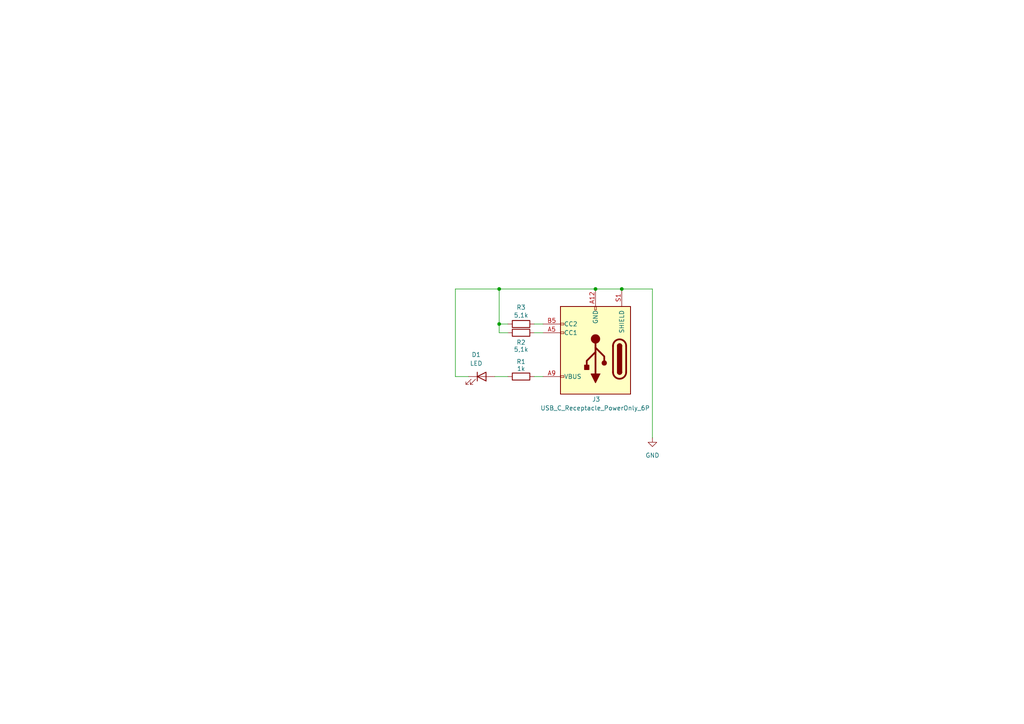
<source format=kicad_sch>
(kicad_sch (version 20231120) (generator "eeschema") (generator_version "8.0")
  (paper "A4")
  (lib_symbols
    (symbol "Connector:USB_C_Receptacle_PowerOnly_6P" (pin_names (offset 1.016))
      (property "Reference" "J" (at 0 16.51 0))
      (property "Value" "USB_C_Receptacle_PowerOnly_6P" (at 0 13.97 0))
      (symbol "USB_C_Receptacle_PowerOnly_6P_0_0"
        (rectangle (start -0.254 -12.7) (end 0.254 -11.684))
        (rectangle (start 10.16 -7.366) (end 9.144 -7.874))
        (rectangle (start 10.16 -4.826) (end 9.144 -5.334))
        (rectangle (start 10.16 7.874) (end 9.144 7.366))
      )
      (symbol "USB_C_Receptacle_PowerOnly_6P_0_1"
        (rectangle (start -10.16 12.7) (end 10.16 -12.7) (stroke (width 0.254)) (fill (type background)))
        (arc (start -8.89 -1.27) (mid -6.985 -3.1667) (end -5.08 -1.27) (stroke (width 0.508)))
        (arc (start -7.62 -1.27) (mid -6.985 -1.9023) (end -6.35 -1.27) (stroke (width 0.254)))
        (arc (start -7.62 -1.27) (mid -6.985 -1.9023) (end -6.35 -1.27) (stroke (width 0.254)) (fill (type outline)))
        (rectangle (start -7.62 -1.27) (end -6.35 6.35) (stroke (width 0.254)) (fill (type outline)))
        (arc (start -6.35 6.35) (mid -6.985 6.9823) (end -7.62 6.35) (stroke (width 0.254)))
        (arc (start -6.35 6.35) (mid -6.985 6.9823) (end -7.62 6.35) (stroke (width 0.254)) (fill (type outline)))
        (arc (start -5.08 6.35) (mid -6.985 8.2467) (end -8.89 6.35) (stroke (width 0.508)))
        (circle (center -2.54 3.683) (radius 0.635) (stroke (width 0.254)) (fill (type outline)))
        (circle (center 0 -3.302) (radius 1.27) (fill (type outline)))
        (polyline (pts (xy -8.89 -1.27) (xy -8.89 6.35)) (stroke (width 0.508)))
        (polyline (pts (xy -5.08 6.35) (xy -5.08 -1.27)) (stroke (width 0.508)))
        (polyline (pts (xy 0 -3.302) (xy 0 6.858)) (stroke (width 0.508)))
        (polyline (pts (xy 0 -0.762) (xy -2.54 1.778) (xy -2.54 3.048)) (stroke (width 0.508)))
        (polyline (pts (xy 0 0.508) (xy 2.54 3.048) (xy 2.54 4.318)) (stroke (width 0.508)))
        (polyline (pts (xy -1.27 6.858) (xy 0 9.398) (xy 1.27 6.858) (xy -1.27 6.858)) (stroke (width 0.254)) (fill (type outline)))
        (rectangle (start 1.905 4.318) (end 3.175 5.588) (stroke (width 0.254)) (fill (type outline)))
      )
      (symbol "USB_C_Receptacle_PowerOnly_6P_1_1"
        (pin passive line (at 0 -17.78 90) (length 5.08) (name "GND") (number "A12"))
        (pin bidirectional line (at 15.24 -5.08 180) (length 5.08) (name "CC1") (number "A5"))
        (pin passive line (at 15.24 7.62 180) (length 5.08) (name "VBUS") (number "A9"))
        (pin passive line (at 0 -17.78 90) (length 5.08) hide (name "GND") (number "B12"))
        (pin bidirectional line (at 15.24 -7.62 180) (length 5.08) (name "CC2") (number "B5"))
        (pin passive line (at 15.24 7.62 180) (length 5.08) hide (name "VBUS") (number "B9"))
        (pin passive line (at -7.62 -17.78 90) (length 5.08) (name "SHIELD") (number "S1"))
      )
    )
    (symbol "Device:LED" (pin_numbers hide) (pin_names (offset 1.016) hide)
      (property "Reference" "D" (at 0 2.54 0))
      (property "Value" "LED" (at 0 -2.54 0))
      (symbol "LED_0_1"
        (polyline (pts (xy -1.27 -1.27) (xy -1.27 1.27)) (stroke (width 0.254)))
        (polyline (pts (xy -1.27 0) (xy 1.27 0)))
        (polyline (pts (xy 1.27 -1.27) (xy 1.27 1.27) (xy -1.27 0) (xy 1.27 -1.27)) (stroke (width 0.254)))
        (polyline (pts (xy -3.048 -0.762) (xy -4.572 -2.286) (xy -3.81 -2.286) (xy -4.572 -2.286) (xy -4.572 -1.524)))
        (polyline (pts (xy -1.778 -0.762) (xy -3.302 -2.286) (xy -2.54 -2.286) (xy -3.302 -2.286) (xy -3.302 -1.524)))
      )
      (symbol "LED_1_1"
        (pin passive line (at -3.81 0 0) (length 2.54) (name "K") (number "1"))
        (pin passive line (at 3.81 0 180) (length 2.54) (name "A") (number "2"))
      )
    )
    (symbol "Device:R" (pin_numbers hide) (pin_names (offset 0))
      (property "Reference" "R" (at 2.032 0 90))
      (property "Value" "R" (at 0 0 90))
      (symbol "R_0_1"
        (rectangle (start -1.016 -2.54) (end 1.016 2.54) (stroke (width 0.254)))
      )
      (symbol "R_1_1"
        (pin passive line (at 0 3.81 270) (length 1.27) (name "~") (number "1"))
        (pin passive line (at 0 -3.81 90) (length 1.27) (name "~") (number "2"))
      )
    )
    (symbol "power:GND" (power) (pin_numbers hide) (pin_names (offset 0) hide)
      (property "Value" "GND" (at 0 -3.81 0))
      (symbol "GND_0_1"
        (polyline (pts (xy 0 0) (xy 0 -1.27) (xy 1.27 -1.27) (xy 0 -2.54) (xy -1.27 -1.27) (xy 0 -1.27)))
      )
      (symbol "GND_1_1"
        (pin power_in line (at 0 0 270) (length 0) (name "~") (number "1"))
      )
    )
  )
  (junction (at 180.34 83.82))
  (junction (at 172.72 83.82))
  (junction (at 144.78 93.98))
  (junction (at 144.78 83.82))
  (wire (pts (xy 180.34 83.82) (xy 189.23 83.82)))
  (wire (pts (xy 147.32 93.98) (xy 144.78 93.98)))
  (wire (pts (xy 154.94 109.22) (xy 157.48 109.22)))
  (wire (pts (xy 144.78 93.98) (xy 144.78 83.82)))
  (wire (pts (xy 132.08 83.82) (xy 144.78 83.82)))
  (wire (pts (xy 144.78 96.52) (xy 144.78 93.98)))
  (wire (pts (xy 172.72 83.82) (xy 180.34 83.82)))
  (wire (pts (xy 189.23 83.82) (xy 189.23 127)))
  (wire (pts (xy 154.94 96.52) (xy 157.48 96.52)))
  (wire (pts (xy 132.08 109.22) (xy 132.08 83.82)))
  (wire (pts (xy 135.89 109.22) (xy 132.08 109.22)))
  (wire (pts (xy 147.32 96.52) (xy 144.78 96.52)))
  (wire (pts (xy 144.78 83.82) (xy 172.72 83.82)))
  (wire (pts (xy 154.94 93.98) (xy 157.48 93.98)))
  (wire (pts (xy 143.51 109.22) (xy 147.32 109.22)))
  (symbol (lib_id "Device:R") (at 151.13 93.98 90) (unit 1)
    (property "Reference" "R3" (at 151.13 89.154 90))
    (property "Value" "5,1k" (at 151.13 91.44 90))
    (property "Footprint" "Resistor_SMD:R_0805_2012Metric_Pad1.20x1.40mm_HandSolder" (effects (hide yes)))
    (property "Description" "Resistor" (effects (hide yes)))
  )
  (symbol (lib_id "power:GND") (at 189.23 127 0) (unit 1)
    (property "Reference" "#PWR01" (effects (hide yes)))
    (property "Value" "GND" (at 189.23 132.08 0))
    (property "Description" "Power symbol creates a global label with name \"GND\" , ground" (effects (hide yes)))
  )
  (symbol (lib_id "Device:R") (at 151.13 96.52 90) (unit 1)
    (property "Reference" "R2" (at 151.13 99.314 90))
    (property "Value" "5,1k" (at 151.13 101.346 90))
    (property "Footprint" "Resistor_SMD:R_0805_2012Metric_Pad1.20x1.40mm_HandSolder" (effects (hide yes)))
    (property "Description" "Resistor" (effects (hide yes)))
  )
  (symbol (lib_id "Device:LED") (at 139.7 109.22 0) (unit 1)
    (property "Reference" "D1" (at 138.1125 102.87 0))
    (property "Value" "LED" (at 138.1125 105.41 0))
    (property "Footprint" "beidseitige_led:LED_0805_2012Metric" (effects (hide yes)))
    (property "Description" "Light emitting diode" (effects (hide yes)))
  )
  (symbol (lib_id "Connector:USB_C_Receptacle_PowerOnly_6P") (at 172.72 101.6 180) (unit 1)
    (property "Reference" "J3" (at 171.704 115.824 0) (effects (justify right)))
    (property "Value" "USB_C_Receptacle_PowerOnly_6P" (at 156.718 118.364 0) (effects (justify right)))
    (property "Footprint" "beidseitige_led:USB_C_Receptacle_GCT_USB4125-xx-x-0190_6P_TopMnt_Horizontal" (effects (hide yes)))
    (property "Datasheet" "https://www.usb.org/sites/default/files/documents/usb_type-c.zip" (effects (hide yes)))
    (property "Description" "USB Power-Only 6P Type-C Receptacle connector" (effects (hide yes)))
  )
  (symbol (lib_id "Device:R") (at 151.13 109.22 90) (unit 1)
    (property "Reference" "R1" (at 151.13 104.902 90))
    (property "Value" "1k" (at 151.13 106.934 90))
    (property "Footprint" "Resistor_THT:R_Axial_DIN0204_L3.6mm_D1.6mm_P7.62mm_Horizontal" (effects (hide yes)))
    (property "Description" "Resistor" (effects (hide yes)))
  )
)
</source>
